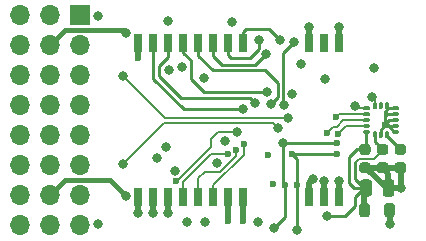
<source format=gbr>
%TF.GenerationSoftware,KiCad,Pcbnew,5.1.8-db9833491~87~ubuntu20.04.1*%
%TF.CreationDate,2020-11-23T17:04:18+01:00*%
%TF.ProjectId,rosalyn-rx,726f7361-6c79-46e2-9d72-782e6b696361,v1.0*%
%TF.SameCoordinates,Original*%
%TF.FileFunction,Copper,L4,Bot*%
%TF.FilePolarity,Positive*%
%FSLAX46Y46*%
G04 Gerber Fmt 4.6, Leading zero omitted, Abs format (unit mm)*
G04 Created by KiCad (PCBNEW 5.1.8-db9833491~87~ubuntu20.04.1) date 2020-11-23 17:04:18*
%MOMM*%
%LPD*%
G01*
G04 APERTURE LIST*
%TA.AperFunction,SMDPad,CuDef*%
%ADD10R,0.750000X1.500000*%
%TD*%
%TA.AperFunction,ComponentPad*%
%ADD11O,1.700000X1.700000*%
%TD*%
%TA.AperFunction,ComponentPad*%
%ADD12R,1.700000X1.700000*%
%TD*%
%TA.AperFunction,ViaPad*%
%ADD13C,0.800000*%
%TD*%
%TA.AperFunction,ViaPad*%
%ADD14C,0.600000*%
%TD*%
%TA.AperFunction,Conductor*%
%ADD15C,0.250000*%
%TD*%
%TA.AperFunction,Conductor*%
%ADD16C,0.200000*%
%TD*%
%TA.AperFunction,Conductor*%
%ADD17C,0.500000*%
%TD*%
%TA.AperFunction,Conductor*%
%ADD18C,0.400000*%
%TD*%
G04 APERTURE END LIST*
%TO.P,C14,1*%
%TO.N,Net-(C14-Pad1)*%
%TA.AperFunction,SMDPad,CuDef*%
G36*
G01*
X149190000Y-106215000D02*
X149190000Y-105265000D01*
G75*
G02*
X149440000Y-105015000I250000J0D01*
G01*
X149940000Y-105015000D01*
G75*
G02*
X150190000Y-105265000I0J-250000D01*
G01*
X150190000Y-106215000D01*
G75*
G02*
X149940000Y-106465000I-250000J0D01*
G01*
X149440000Y-106465000D01*
G75*
G02*
X149190000Y-106215000I0J250000D01*
G01*
G37*
%TD.AperFunction*%
%TO.P,C14,2*%
%TO.N,GND*%
%TA.AperFunction,SMDPad,CuDef*%
G36*
G01*
X151090000Y-106215000D02*
X151090000Y-105265000D01*
G75*
G02*
X151340000Y-105015000I250000J0D01*
G01*
X151840000Y-105015000D01*
G75*
G02*
X152090000Y-105265000I0J-250000D01*
G01*
X152090000Y-106215000D01*
G75*
G02*
X151840000Y-106465000I-250000J0D01*
G01*
X151340000Y-106465000D01*
G75*
G02*
X151090000Y-106215000I0J250000D01*
G01*
G37*
%TD.AperFunction*%
%TD*%
%TO.P,C15,2*%
%TO.N,GND*%
%TA.AperFunction,SMDPad,CuDef*%
G36*
G01*
X150840000Y-103575000D02*
X151340000Y-103575000D01*
G75*
G02*
X151565000Y-103800000I0J-225000D01*
G01*
X151565000Y-104250000D01*
G75*
G02*
X151340000Y-104475000I-225000J0D01*
G01*
X150840000Y-104475000D01*
G75*
G02*
X150615000Y-104250000I0J225000D01*
G01*
X150615000Y-103800000D01*
G75*
G02*
X150840000Y-103575000I225000J0D01*
G01*
G37*
%TD.AperFunction*%
%TO.P,C15,1*%
%TO.N,Net-(C14-Pad1)*%
%TA.AperFunction,SMDPad,CuDef*%
G36*
G01*
X150840000Y-102025000D02*
X151340000Y-102025000D01*
G75*
G02*
X151565000Y-102250000I0J-225000D01*
G01*
X151565000Y-102700000D01*
G75*
G02*
X151340000Y-102925000I-225000J0D01*
G01*
X150840000Y-102925000D01*
G75*
G02*
X150615000Y-102700000I0J225000D01*
G01*
X150615000Y-102250000D01*
G75*
G02*
X150840000Y-102025000I225000J0D01*
G01*
G37*
%TD.AperFunction*%
%TD*%
%TO.P,C6,2*%
%TO.N,GND*%
%TA.AperFunction,SMDPad,CuDef*%
G36*
G01*
X149350000Y-103575000D02*
X149850000Y-103575000D01*
G75*
G02*
X150075000Y-103800000I0J-225000D01*
G01*
X150075000Y-104250000D01*
G75*
G02*
X149850000Y-104475000I-225000J0D01*
G01*
X149350000Y-104475000D01*
G75*
G02*
X149125000Y-104250000I0J225000D01*
G01*
X149125000Y-103800000D01*
G75*
G02*
X149350000Y-103575000I225000J0D01*
G01*
G37*
%TD.AperFunction*%
%TO.P,C6,1*%
%TO.N,Net-(C14-Pad1)*%
%TA.AperFunction,SMDPad,CuDef*%
G36*
G01*
X149350000Y-102025000D02*
X149850000Y-102025000D01*
G75*
G02*
X150075000Y-102250000I0J-225000D01*
G01*
X150075000Y-102700000D01*
G75*
G02*
X149850000Y-102925000I-225000J0D01*
G01*
X149350000Y-102925000D01*
G75*
G02*
X149125000Y-102700000I0J225000D01*
G01*
X149125000Y-102250000D01*
G75*
G02*
X149350000Y-102025000I225000J0D01*
G01*
G37*
%TD.AperFunction*%
%TD*%
%TO.P,FB2,2*%
%TO.N,+3V3*%
%TA.AperFunction,SMDPad,CuDef*%
G36*
G01*
X151245000Y-107991250D02*
X151245000Y-107228750D01*
G75*
G02*
X151463750Y-107010000I218750J0D01*
G01*
X151901250Y-107010000D01*
G75*
G02*
X152120000Y-107228750I0J-218750D01*
G01*
X152120000Y-107991250D01*
G75*
G02*
X151901250Y-108210000I-218750J0D01*
G01*
X151463750Y-108210000D01*
G75*
G02*
X151245000Y-107991250I0J218750D01*
G01*
G37*
%TD.AperFunction*%
%TO.P,FB2,1*%
%TO.N,Net-(C14-Pad1)*%
%TA.AperFunction,SMDPad,CuDef*%
G36*
G01*
X149120000Y-107991250D02*
X149120000Y-107228750D01*
G75*
G02*
X149338750Y-107010000I218750J0D01*
G01*
X149776250Y-107010000D01*
G75*
G02*
X149995000Y-107228750I0J-218750D01*
G01*
X149995000Y-107991250D01*
G75*
G02*
X149776250Y-108210000I-218750J0D01*
G01*
X149338750Y-108210000D01*
G75*
G02*
X149120000Y-107991250I0J218750D01*
G01*
G37*
%TD.AperFunction*%
%TD*%
D10*
%TO.P,U2,1*%
%TO.N,GND*%
X147420000Y-106500000D03*
%TO.P,U2,2*%
X146150000Y-106500000D03*
%TO.P,U2,3*%
X144880000Y-106500000D03*
%TO.P,U2,4*%
X139310000Y-106500000D03*
%TO.P,U2,5*%
X138040000Y-106500000D03*
%TO.P,U2,6*%
%TO.N,e22_rxen*%
X136770000Y-106500000D03*
%TO.P,U2,7*%
%TO.N,e22_txen*%
X135500000Y-106500000D03*
%TO.P,U2,8*%
%TO.N,e22_dio2*%
X134230000Y-106500000D03*
%TO.P,U2,9*%
%TO.N,+3V3*%
X132960000Y-106500000D03*
%TO.P,U2,10*%
%TO.N,GND*%
X131690000Y-106500000D03*
%TO.P,U2,11*%
X130420000Y-106500000D03*
%TO.P,U2,12*%
X130420000Y-93500000D03*
%TO.P,U2,13*%
%TO.N,e22_dio1*%
X131690000Y-93500000D03*
%TO.P,U2,14*%
%TO.N,e22_busy*%
X132960000Y-93500000D03*
%TO.P,U2,15*%
%TO.N,e22_nrst*%
X134230000Y-93500000D03*
%TO.P,U2,16*%
%TO.N,spi2_miso*%
X135500000Y-93500000D03*
%TO.P,U2,17*%
%TO.N,spi2_mosi*%
X136770000Y-93500000D03*
%TO.P,U2,18*%
%TO.N,spi2_sck*%
X138040000Y-93500000D03*
%TO.P,U2,19*%
%TO.N,e22_nss*%
X139310000Y-93500000D03*
%TO.P,U2,20*%
%TO.N,GND*%
X144880000Y-93500000D03*
%TO.P,U2,21*%
%TO.N,N/C*%
X146150000Y-93500000D03*
%TO.P,U2,22*%
%TO.N,GND*%
X147420000Y-93500000D03*
%TD*%
%TO.P,U6,1*%
%TO.N,Net-(C14-Pad1)*%
%TA.AperFunction,SMDPad,CuDef*%
G36*
G01*
X149450000Y-101087500D02*
X149450000Y-100912500D01*
G75*
G02*
X149537500Y-100825000I87500J0D01*
G01*
X149912500Y-100825000D01*
G75*
G02*
X150000000Y-100912500I0J-87500D01*
G01*
X150000000Y-101087500D01*
G75*
G02*
X149912500Y-101175000I-87500J0D01*
G01*
X149537500Y-101175000D01*
G75*
G02*
X149450000Y-101087500I0J87500D01*
G01*
G37*
%TD.AperFunction*%
%TO.P,U6,2*%
%TO.N,spi1_sck*%
%TA.AperFunction,SMDPad,CuDef*%
G36*
G01*
X149450000Y-100587500D02*
X149450000Y-100412500D01*
G75*
G02*
X149537500Y-100325000I87500J0D01*
G01*
X149912500Y-100325000D01*
G75*
G02*
X150000000Y-100412500I0J-87500D01*
G01*
X150000000Y-100587500D01*
G75*
G02*
X149912500Y-100675000I-87500J0D01*
G01*
X149537500Y-100675000D01*
G75*
G02*
X149450000Y-100587500I0J87500D01*
G01*
G37*
%TD.AperFunction*%
%TO.P,U6,3*%
%TO.N,spi1_mosi*%
%TA.AperFunction,SMDPad,CuDef*%
G36*
G01*
X149450000Y-100087500D02*
X149450000Y-99912500D01*
G75*
G02*
X149537500Y-99825000I87500J0D01*
G01*
X149912500Y-99825000D01*
G75*
G02*
X150000000Y-99912500I0J-87500D01*
G01*
X150000000Y-100087500D01*
G75*
G02*
X149912500Y-100175000I-87500J0D01*
G01*
X149537500Y-100175000D01*
G75*
G02*
X149450000Y-100087500I0J87500D01*
G01*
G37*
%TD.AperFunction*%
%TO.P,U6,4*%
%TO.N,spi1_miso*%
%TA.AperFunction,SMDPad,CuDef*%
G36*
G01*
X149450000Y-99587500D02*
X149450000Y-99412500D01*
G75*
G02*
X149537500Y-99325000I87500J0D01*
G01*
X149912500Y-99325000D01*
G75*
G02*
X150000000Y-99412500I0J-87500D01*
G01*
X150000000Y-99587500D01*
G75*
G02*
X149912500Y-99675000I-87500J0D01*
G01*
X149537500Y-99675000D01*
G75*
G02*
X149450000Y-99587500I0J87500D01*
G01*
G37*
%TD.AperFunction*%
%TO.P,U6,5*%
%TO.N,icm_nss*%
%TA.AperFunction,SMDPad,CuDef*%
G36*
G01*
X149450000Y-99087500D02*
X149450000Y-98912500D01*
G75*
G02*
X149537500Y-98825000I87500J0D01*
G01*
X149912500Y-98825000D01*
G75*
G02*
X150000000Y-98912500I0J-87500D01*
G01*
X150000000Y-99087500D01*
G75*
G02*
X149912500Y-99175000I-87500J0D01*
G01*
X149537500Y-99175000D01*
G75*
G02*
X149450000Y-99087500I0J87500D01*
G01*
G37*
%TD.AperFunction*%
%TO.P,U6,6*%
%TO.N,icm_int*%
%TA.AperFunction,SMDPad,CuDef*%
G36*
G01*
X150275000Y-98962500D02*
X150275000Y-98587500D01*
G75*
G02*
X150362500Y-98500000I87500J0D01*
G01*
X150537500Y-98500000D01*
G75*
G02*
X150625000Y-98587500I0J-87500D01*
G01*
X150625000Y-98962500D01*
G75*
G02*
X150537500Y-99050000I-87500J0D01*
G01*
X150362500Y-99050000D01*
G75*
G02*
X150275000Y-98962500I0J87500D01*
G01*
G37*
%TD.AperFunction*%
%TO.P,U6,7*%
%TO.N,N/C*%
%TA.AperFunction,SMDPad,CuDef*%
G36*
G01*
X150775000Y-98962500D02*
X150775000Y-98587500D01*
G75*
G02*
X150862500Y-98500000I87500J0D01*
G01*
X151037500Y-98500000D01*
G75*
G02*
X151125000Y-98587500I0J-87500D01*
G01*
X151125000Y-98962500D01*
G75*
G02*
X151037500Y-99050000I-87500J0D01*
G01*
X150862500Y-99050000D01*
G75*
G02*
X150775000Y-98962500I0J87500D01*
G01*
G37*
%TD.AperFunction*%
%TO.P,U6,8*%
%TO.N,GND*%
%TA.AperFunction,SMDPad,CuDef*%
G36*
G01*
X151275000Y-98962500D02*
X151275000Y-98587500D01*
G75*
G02*
X151362500Y-98500000I87500J0D01*
G01*
X151537500Y-98500000D01*
G75*
G02*
X151625000Y-98587500I0J-87500D01*
G01*
X151625000Y-98962500D01*
G75*
G02*
X151537500Y-99050000I-87500J0D01*
G01*
X151362500Y-99050000D01*
G75*
G02*
X151275000Y-98962500I0J87500D01*
G01*
G37*
%TD.AperFunction*%
%TO.P,U6,9*%
%TA.AperFunction,SMDPad,CuDef*%
G36*
G01*
X151900000Y-99087500D02*
X151900000Y-98912500D01*
G75*
G02*
X151987500Y-98825000I87500J0D01*
G01*
X152362500Y-98825000D01*
G75*
G02*
X152450000Y-98912500I0J-87500D01*
G01*
X152450000Y-99087500D01*
G75*
G02*
X152362500Y-99175000I-87500J0D01*
G01*
X151987500Y-99175000D01*
G75*
G02*
X151900000Y-99087500I0J87500D01*
G01*
G37*
%TD.AperFunction*%
%TO.P,U6,10*%
%TA.AperFunction,SMDPad,CuDef*%
G36*
G01*
X151900000Y-99587500D02*
X151900000Y-99412500D01*
G75*
G02*
X151987500Y-99325000I87500J0D01*
G01*
X152362500Y-99325000D01*
G75*
G02*
X152450000Y-99412500I0J-87500D01*
G01*
X152450000Y-99587500D01*
G75*
G02*
X152362500Y-99675000I-87500J0D01*
G01*
X151987500Y-99675000D01*
G75*
G02*
X151900000Y-99587500I0J87500D01*
G01*
G37*
%TD.AperFunction*%
%TO.P,U6,11*%
%TA.AperFunction,SMDPad,CuDef*%
G36*
G01*
X151900000Y-100087500D02*
X151900000Y-99912500D01*
G75*
G02*
X151987500Y-99825000I87500J0D01*
G01*
X152362500Y-99825000D01*
G75*
G02*
X152450000Y-99912500I0J-87500D01*
G01*
X152450000Y-100087500D01*
G75*
G02*
X152362500Y-100175000I-87500J0D01*
G01*
X151987500Y-100175000D01*
G75*
G02*
X151900000Y-100087500I0J87500D01*
G01*
G37*
%TD.AperFunction*%
%TO.P,U6,12*%
%TA.AperFunction,SMDPad,CuDef*%
G36*
G01*
X151900000Y-100587500D02*
X151900000Y-100412500D01*
G75*
G02*
X151987500Y-100325000I87500J0D01*
G01*
X152362500Y-100325000D01*
G75*
G02*
X152450000Y-100412500I0J-87500D01*
G01*
X152450000Y-100587500D01*
G75*
G02*
X152362500Y-100675000I-87500J0D01*
G01*
X151987500Y-100675000D01*
G75*
G02*
X151900000Y-100587500I0J87500D01*
G01*
G37*
%TD.AperFunction*%
%TO.P,U6,13*%
%TA.AperFunction,SMDPad,CuDef*%
G36*
G01*
X151900000Y-101087500D02*
X151900000Y-100912500D01*
G75*
G02*
X151987500Y-100825000I87500J0D01*
G01*
X152362500Y-100825000D01*
G75*
G02*
X152450000Y-100912500I0J-87500D01*
G01*
X152450000Y-101087500D01*
G75*
G02*
X152362500Y-101175000I-87500J0D01*
G01*
X151987500Y-101175000D01*
G75*
G02*
X151900000Y-101087500I0J87500D01*
G01*
G37*
%TD.AperFunction*%
%TO.P,U6,14*%
%TO.N,Net-(C13-Pad1)*%
%TA.AperFunction,SMDPad,CuDef*%
G36*
G01*
X151275000Y-101412500D02*
X151275000Y-101037500D01*
G75*
G02*
X151362500Y-100950000I87500J0D01*
G01*
X151537500Y-100950000D01*
G75*
G02*
X151625000Y-101037500I0J-87500D01*
G01*
X151625000Y-101412500D01*
G75*
G02*
X151537500Y-101500000I-87500J0D01*
G01*
X151362500Y-101500000D01*
G75*
G02*
X151275000Y-101412500I0J87500D01*
G01*
G37*
%TD.AperFunction*%
%TO.P,U6,15*%
%TO.N,GND*%
%TA.AperFunction,SMDPad,CuDef*%
G36*
G01*
X150775000Y-101412500D02*
X150775000Y-101037500D01*
G75*
G02*
X150862500Y-100950000I87500J0D01*
G01*
X151037500Y-100950000D01*
G75*
G02*
X151125000Y-101037500I0J-87500D01*
G01*
X151125000Y-101412500D01*
G75*
G02*
X151037500Y-101500000I-87500J0D01*
G01*
X150862500Y-101500000D01*
G75*
G02*
X150775000Y-101412500I0J87500D01*
G01*
G37*
%TD.AperFunction*%
%TO.P,U6,16*%
%TO.N,Net-(C14-Pad1)*%
%TA.AperFunction,SMDPad,CuDef*%
G36*
G01*
X150275000Y-101412500D02*
X150275000Y-101037500D01*
G75*
G02*
X150362500Y-100950000I87500J0D01*
G01*
X150537500Y-100950000D01*
G75*
G02*
X150625000Y-101037500I0J-87500D01*
G01*
X150625000Y-101412500D01*
G75*
G02*
X150537500Y-101500000I-87500J0D01*
G01*
X150362500Y-101500000D01*
G75*
G02*
X150275000Y-101412500I0J87500D01*
G01*
G37*
%TD.AperFunction*%
%TD*%
D11*
%TO.P,J4,10*%
%TO.N,GND*%
X120410000Y-108890000D03*
X120410000Y-91110000D03*
X120410000Y-106350000D03*
X120410000Y-103810000D03*
X120410000Y-101270000D03*
X120410000Y-98730000D03*
X120410000Y-96190000D03*
X120410000Y-93650000D03*
%TO.P,J4,9*%
%TO.N,+5V*%
X122950000Y-91110000D03*
X122950000Y-93650000D03*
X122950000Y-96190000D03*
X122950000Y-98730000D03*
X122950000Y-101270000D03*
X122950000Y-103810000D03*
X122950000Y-106350000D03*
X122950000Y-108890000D03*
D12*
%TO.P,J4,1*%
%TO.N,Net-(J4-Pad1)*%
X125490000Y-91110000D03*
D11*
%TO.P,J4,2*%
%TO.N,Net-(J4-Pad2)*%
X125490000Y-93650000D03*
%TO.P,J4,3*%
%TO.N,Net-(J4-Pad3)*%
X125490000Y-96190000D03*
%TO.P,J4,4*%
%TO.N,Net-(J4-Pad4)*%
X125490000Y-98730000D03*
%TO.P,J4,5*%
%TO.N,Net-(J4-Pad5)*%
X125490000Y-101270000D03*
%TO.P,J4,6*%
%TO.N,Net-(J4-Pad6)*%
X125490000Y-103810000D03*
%TO.P,J4,7*%
%TO.N,Net-(J4-Pad7)*%
X125490000Y-106350000D03*
%TO.P,J4,8*%
%TO.N,Net-(J4-Pad8)*%
X125490000Y-108890000D03*
%TD*%
%TO.P,C13,1*%
%TO.N,Net-(C13-Pad1)*%
%TA.AperFunction,SMDPad,CuDef*%
G36*
G01*
X152350000Y-102025000D02*
X152850000Y-102025000D01*
G75*
G02*
X153075000Y-102250000I0J-225000D01*
G01*
X153075000Y-102700000D01*
G75*
G02*
X152850000Y-102925000I-225000J0D01*
G01*
X152350000Y-102925000D01*
G75*
G02*
X152125000Y-102700000I0J225000D01*
G01*
X152125000Y-102250000D01*
G75*
G02*
X152350000Y-102025000I225000J0D01*
G01*
G37*
%TD.AperFunction*%
%TO.P,C13,2*%
%TO.N,GND*%
%TA.AperFunction,SMDPad,CuDef*%
G36*
G01*
X152350000Y-103575000D02*
X152850000Y-103575000D01*
G75*
G02*
X153075000Y-103800000I0J-225000D01*
G01*
X153075000Y-104250000D01*
G75*
G02*
X152850000Y-104475000I-225000J0D01*
G01*
X152350000Y-104475000D01*
G75*
G02*
X152125000Y-104250000I0J225000D01*
G01*
X152125000Y-103800000D01*
G75*
G02*
X152350000Y-103575000I225000J0D01*
G01*
G37*
%TD.AperFunction*%
%TD*%
D13*
%TO.N,e22_nss*%
X142400000Y-93200000D03*
D14*
%TO.N,e22_rxen*%
X139352738Y-101997789D03*
%TO.N,e22_txen*%
X138720000Y-102520000D03*
D13*
%TO.N,e22_dio1*%
X139240000Y-99060000D03*
D14*
%TO.N,e22_dio2*%
X137970000Y-102850000D03*
D13*
%TO.N,e22_busy*%
X140290000Y-98510000D03*
%TO.N,e22_nrst*%
X141330000Y-97610000D03*
%TO.N,GND*%
X134110000Y-95480000D03*
X144880000Y-92150000D03*
X147420000Y-92150000D03*
X146160000Y-105150000D03*
X147410000Y-105150000D03*
X144160000Y-95210000D03*
X143423776Y-97752199D03*
X132960000Y-91630000D03*
X131690000Y-107860000D03*
X130419996Y-107850000D03*
X133519996Y-104260000D03*
D14*
X130420000Y-94749994D03*
D13*
X131980000Y-103180000D03*
X136050000Y-108660000D03*
D14*
X139309997Y-108570003D03*
X138040000Y-108570000D03*
D13*
X145170000Y-105010000D03*
X140550000Y-108660000D03*
X134560000Y-108660000D03*
D14*
X141350038Y-102970021D03*
D13*
X137776256Y-101793232D03*
X150369992Y-95569992D03*
X152690000Y-105740000D03*
D14*
X151310000Y-100430000D03*
D13*
%TO.N,+3V3*%
X133020000Y-95740000D03*
X132730000Y-102280000D03*
X146180000Y-96490000D03*
X138340000Y-91680000D03*
X127010000Y-91150000D03*
X132960000Y-107859986D03*
X135930000Y-96390000D03*
D14*
X141850000Y-105400000D03*
D13*
X137069953Y-103612337D03*
X127010000Y-108830000D03*
X151680000Y-108810004D03*
%TO.N,+5V*%
X129370000Y-106430000D03*
X129400000Y-92630000D03*
D14*
%TO.N,i2c_sda*%
X142870000Y-105480000D03*
X147247613Y-101943504D03*
D13*
X142660000Y-101970000D03*
X141885190Y-109155040D03*
D14*
%TO.N,i2c_scl*%
X143850000Y-105470000D03*
X147240000Y-102829990D03*
X143440000Y-102860000D03*
D13*
X143850002Y-109310000D03*
%TO.N,hmi_error*%
X129130000Y-103720000D03*
X142270000Y-100660004D03*
%TO.N,hmi_status*%
X129150000Y-96260000D03*
X143100000Y-99830000D03*
%TO.N,swclk*%
X143600000Y-93400000D03*
X142740000Y-98730000D03*
D14*
%TO.N,boot0*%
X133570477Y-105160011D03*
D13*
X138730000Y-101010000D03*
D14*
%TO.N,spi1_sck*%
X147347440Y-101149745D03*
%TO.N,spi1_mosi*%
X146380734Y-101073837D03*
%TO.N,spi1_miso*%
X147180000Y-99710000D03*
D13*
%TO.N,spi2_sck*%
X140600000Y-93199970D03*
%TO.N,spi2_miso*%
X141650000Y-98650000D03*
%TO.N,spi2_mosi*%
X141200000Y-94400000D03*
%TO.N,icm_int*%
X150200000Y-98010010D03*
%TO.N,icm_nss*%
X148720000Y-98790000D03*
%TO.N,Net-(C14-Pad1)*%
X146370000Y-108090000D03*
%TD*%
D15*
%TO.N,e22_nss*%
X141474999Y-92274999D02*
X142400000Y-93200000D01*
X139535001Y-92274999D02*
X141474999Y-92274999D01*
X139310000Y-92500000D02*
X139535001Y-92274999D01*
X139310000Y-93500000D02*
X139310000Y-92500000D01*
D16*
%TO.N,e22_rxen*%
X136770000Y-106500000D02*
X136770000Y-105508992D01*
X136770000Y-105508992D02*
X139352738Y-102926254D01*
X139352738Y-102926254D02*
X139352738Y-101997789D01*
%TO.N,e22_txen*%
X135500000Y-106500000D02*
X135500000Y-106213292D01*
X135500000Y-104890000D02*
X135500000Y-106500000D01*
X136030000Y-104360000D02*
X135500000Y-104890000D01*
X137353292Y-104360000D02*
X136030000Y-104360000D01*
X138720000Y-102993292D02*
X137353292Y-104360000D01*
X138720000Y-102520000D02*
X138720000Y-102993292D01*
D15*
%TO.N,e22_dio1*%
X131690000Y-96500000D02*
X134250000Y-99060000D01*
X134250000Y-99060000D02*
X139240000Y-99060000D01*
X131690000Y-93500000D02*
X131690000Y-96500000D01*
D16*
%TO.N,e22_dio2*%
X136581702Y-102850000D02*
X137970000Y-102850000D01*
X134230000Y-106500000D02*
X134230000Y-105201702D01*
X134230000Y-105201702D02*
X136581702Y-102850000D01*
D15*
%TO.N,e22_busy*%
X134060001Y-98110001D02*
X139890001Y-98110001D01*
X132200000Y-96250000D02*
X134060001Y-98110001D01*
X139890001Y-98110001D02*
X140290000Y-98510000D01*
X132200000Y-95420000D02*
X132200000Y-96250000D01*
X132960000Y-94660000D02*
X132200000Y-95420000D01*
X132960000Y-93500000D02*
X132960000Y-94660000D01*
%TO.N,e22_nrst*%
X138445002Y-97610000D02*
X141330000Y-97610000D01*
X134230000Y-93500000D02*
X134230000Y-94290000D01*
X134835001Y-94895001D02*
X134835001Y-96485001D01*
X134230000Y-94290000D02*
X134835001Y-94895001D01*
X135960000Y-97610000D02*
X138445002Y-97610000D01*
X134835001Y-96485001D02*
X135960000Y-97610000D01*
D17*
%TO.N,GND*%
X144880000Y-93500000D02*
X144880000Y-92150000D01*
X147420000Y-93500000D02*
X147420000Y-92150000D01*
X131690000Y-106500000D02*
X131690000Y-107860000D01*
X130420000Y-106500000D02*
X130420000Y-107849996D01*
D16*
X130420000Y-107849996D02*
X130419996Y-107850000D01*
D17*
X130420000Y-93500000D02*
X130420000Y-94749994D01*
X139310000Y-106500000D02*
X139310000Y-108570000D01*
D16*
X139310000Y-108570000D02*
X139309997Y-108570003D01*
D17*
X138040000Y-106500000D02*
X138040000Y-108570000D01*
X147420000Y-105160000D02*
X147410000Y-105150000D01*
X147420000Y-106500000D02*
X147420000Y-105160000D01*
X146150000Y-105160000D02*
X146160000Y-105150000D01*
X146150000Y-106500000D02*
X146150000Y-105160000D01*
X144880000Y-105300000D02*
X145170000Y-105010000D01*
X144880000Y-106500000D02*
X144880000Y-105300000D01*
D16*
X149680000Y-104035000D02*
X149710000Y-104035000D01*
D17*
X149600000Y-104025000D02*
X151090000Y-104025000D01*
X151090000Y-104025000D02*
X152600000Y-104025000D01*
X151590000Y-104525000D02*
X151090000Y-104025000D01*
X151590000Y-105740000D02*
X151590000Y-104525000D01*
D15*
X149600000Y-104025000D02*
X149675000Y-104025000D01*
D17*
X151590000Y-105740000D02*
X152690000Y-105740000D01*
X152690000Y-104110000D02*
X152690000Y-105740000D01*
X152605000Y-104025000D02*
X152690000Y-104110000D01*
D15*
X152600000Y-104025000D02*
X152605000Y-104025000D01*
X151090000Y-104025000D02*
X151625000Y-104025000D01*
D17*
X151430000Y-105740000D02*
X151590000Y-105740000D01*
X149715000Y-104025000D02*
X151430000Y-105740000D01*
X149675000Y-104025000D02*
X149715000Y-104025000D01*
D15*
X152175000Y-100965000D02*
X152175000Y-101000000D01*
X150950000Y-100790000D02*
X151310000Y-100430000D01*
X150950000Y-101225000D02*
X150950000Y-100790000D01*
X151380000Y-100500000D02*
X151310000Y-100430000D01*
X152175000Y-100500000D02*
X151380000Y-100500000D01*
X152100000Y-101000000D02*
X151530000Y-100430000D01*
X151530000Y-100430000D02*
X151310000Y-100430000D01*
X152175000Y-101000000D02*
X152100000Y-101000000D01*
X152175000Y-100000000D02*
X151630000Y-100000000D01*
X151310000Y-100320000D02*
X151310000Y-100430000D01*
X151630000Y-100000000D02*
X151310000Y-100320000D01*
X152175000Y-99500000D02*
X151500000Y-99500000D01*
X151500000Y-99500000D02*
X151310000Y-99690000D01*
X152175000Y-99000000D02*
X151583378Y-99000000D01*
X151310000Y-99273378D02*
X151310000Y-100100000D01*
X151583378Y-99000000D02*
X151310000Y-99273378D01*
X151310000Y-100100000D02*
X151310000Y-100430000D01*
X151310000Y-99690000D02*
X151310000Y-100100000D01*
X151450000Y-99133378D02*
X151310000Y-99273378D01*
X151450000Y-98775000D02*
X151450000Y-99133378D01*
D17*
%TO.N,+3V3*%
X132960000Y-106500000D02*
X132960000Y-107859986D01*
X151682500Y-107610000D02*
X151682500Y-108807504D01*
D15*
X151682500Y-108807504D02*
X151680000Y-108810004D01*
D18*
%TO.N,+5V*%
X122950000Y-93650000D02*
X124220000Y-92380000D01*
X122950000Y-106350000D02*
X124220000Y-105080000D01*
X128020000Y-105080000D02*
X129370000Y-106430000D01*
X124220000Y-105080000D02*
X128020000Y-105080000D01*
X129150000Y-92380000D02*
X129400000Y-92630000D01*
X124220000Y-92380000D02*
X129150000Y-92380000D01*
D16*
%TO.N,i2c_sda*%
X142686496Y-101943504D02*
X142660000Y-101970000D01*
D15*
X147247613Y-101943504D02*
X142686496Y-101943504D01*
X142660000Y-105270000D02*
X142660000Y-101970000D01*
X142870000Y-105480000D02*
X142660000Y-105270000D01*
X142870000Y-105480000D02*
X142870000Y-108170230D01*
X142870000Y-108170230D02*
X141885190Y-109155040D01*
%TO.N,i2c_scl*%
X147240000Y-102829990D02*
X143470010Y-102829990D01*
D16*
X143470010Y-102829990D02*
X143440000Y-102860000D01*
D15*
X143850000Y-103270000D02*
X143440000Y-102860000D01*
X143850000Y-105470000D02*
X143850000Y-103270000D01*
D16*
X143849999Y-109309997D02*
X143850002Y-109310000D01*
D15*
X143850000Y-105470000D02*
X143849999Y-109309997D01*
D16*
%TO.N,hmi_error*%
X141839996Y-100230000D02*
X142270000Y-100660004D01*
X132620000Y-100230000D02*
X141839996Y-100230000D01*
X129130000Y-103720000D02*
X132620000Y-100230000D01*
%TO.N,hmi_status*%
X129150000Y-96260000D02*
X132710000Y-99820000D01*
X132710000Y-99820000D02*
X143090000Y-99820000D01*
X143090000Y-99820000D02*
X143100000Y-99830000D01*
D15*
%TO.N,swclk*%
X143600000Y-93400000D02*
X142698775Y-94301225D01*
X142698775Y-94301225D02*
X142698775Y-98688775D01*
X142698775Y-98688775D02*
X142740000Y-98730000D01*
D16*
%TO.N,boot0*%
X137150000Y-101010000D02*
X138730000Y-101010000D01*
X136560000Y-101600000D02*
X137150000Y-101010000D01*
X136560000Y-102276002D02*
X136560000Y-101600000D01*
X133675991Y-105160011D02*
X136560000Y-102276002D01*
X133570477Y-105160011D02*
X133675991Y-105160011D01*
%TO.N,spi1_sck*%
X147997185Y-100500000D02*
X147347440Y-101149745D01*
X149725000Y-100500000D02*
X147997185Y-100500000D01*
%TO.N,spi1_mosi*%
X146904827Y-100549744D02*
X146380734Y-101073837D01*
X147228258Y-100549744D02*
X146904827Y-100549744D01*
X147778002Y-100000000D02*
X147228258Y-100549744D01*
X149725000Y-100000000D02*
X147778002Y-100000000D01*
%TO.N,spi1_miso*%
X147390000Y-99500000D02*
X147180000Y-99710000D01*
X149725000Y-99500000D02*
X147390000Y-99500000D01*
D15*
%TO.N,spi2_sck*%
X140600000Y-93965685D02*
X140600000Y-93199970D01*
X138240000Y-94700000D02*
X139865685Y-94700000D01*
X138040000Y-94500000D02*
X138240000Y-94700000D01*
X139865685Y-94700000D02*
X140600000Y-93965685D01*
X138040000Y-93500000D02*
X138040000Y-94500000D01*
%TO.N,spi2_miso*%
X142240000Y-98060000D02*
X141650000Y-98650000D01*
X142240000Y-96888778D02*
X142240000Y-98060000D01*
X141111222Y-95760000D02*
X142240000Y-96888778D01*
X136730000Y-95760000D02*
X141111222Y-95760000D01*
X135500000Y-94530000D02*
X136730000Y-95760000D01*
X135500000Y-93500000D02*
X135500000Y-94530000D01*
%TO.N,spi2_mosi*%
X140310000Y-95290000D02*
X141200000Y-94400000D01*
X137520000Y-95290000D02*
X140310000Y-95290000D01*
X136770000Y-94540000D02*
X137520000Y-95290000D01*
X136770000Y-93500000D02*
X136770000Y-94540000D01*
D16*
%TO.N,icm_int*%
X150450000Y-98260010D02*
X150200000Y-98010010D01*
X150450000Y-98775000D02*
X150450000Y-98260010D01*
%TO.N,icm_nss*%
X148930000Y-99000000D02*
X148720000Y-98790000D01*
X149725000Y-99000000D02*
X148930000Y-99000000D01*
%TO.N,Net-(C13-Pad1)*%
X152596976Y-102495000D02*
X152700000Y-102495000D01*
D15*
X151450000Y-101325000D02*
X152600000Y-102475000D01*
X151450000Y-101225000D02*
X151450000Y-101325000D01*
%TO.N,Net-(C14-Pad1)*%
X149557500Y-105872500D02*
X149690000Y-105740000D01*
D17*
X149557500Y-107610000D02*
X149557500Y-105872500D01*
D15*
X150450000Y-101835000D02*
X151090000Y-102475000D01*
X150450000Y-101225000D02*
X150450000Y-101835000D01*
X149725000Y-102350000D02*
X149600000Y-102475000D01*
X149725000Y-101000000D02*
X149725000Y-102350000D01*
X148670000Y-105740000D02*
X149690000Y-105740000D01*
X148270000Y-105340000D02*
X148670000Y-105740000D01*
X148270000Y-103140000D02*
X148270000Y-105340000D01*
X148935000Y-102475000D02*
X148270000Y-103140000D01*
X149600000Y-102475000D02*
X148935000Y-102475000D01*
D16*
X149122166Y-103250000D02*
X148750000Y-103622166D01*
X150380000Y-103250000D02*
X149122166Y-103250000D01*
X151090000Y-102540000D02*
X150380000Y-103250000D01*
X151090000Y-102475000D02*
X151090000Y-102540000D01*
D15*
X148750000Y-104995000D02*
X149495000Y-105740000D01*
X149495000Y-105740000D02*
X149690000Y-105740000D01*
X148750000Y-103622166D02*
X148750000Y-104995000D01*
X147920000Y-108090000D02*
X146370000Y-108090000D01*
X148760000Y-107250000D02*
X147920000Y-108090000D01*
X148760000Y-106475000D02*
X148760000Y-107250000D01*
X149495000Y-105740000D02*
X148760000Y-106475000D01*
%TD*%
M02*

</source>
